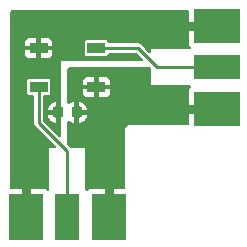
<source format=gtl>
%TF.GenerationSoftware,KiCad,Pcbnew,8.0.4*%
%TF.CreationDate,2024-08-03T19:15:56-04:00*%
%TF.ProjectId,ws2812b-corner-right,77733238-3132-4622-9d63-6f726e65722d,rev?*%
%TF.SameCoordinates,Original*%
%TF.FileFunction,Copper,L1,Top*%
%TF.FilePolarity,Positive*%
%FSLAX46Y46*%
G04 Gerber Fmt 4.6, Leading zero omitted, Abs format (unit mm)*
G04 Created by KiCad (PCBNEW 8.0.4) date 2024-08-03 19:15:56*
%MOMM*%
%LPD*%
G01*
G04 APERTURE LIST*
G04 Aperture macros list*
%AMRoundRect*
0 Rectangle with rounded corners*
0 $1 Rounding radius*
0 $2 $3 $4 $5 $6 $7 $8 $9 X,Y pos of 4 corners*
0 Add a 4 corners polygon primitive as box body*
4,1,4,$2,$3,$4,$5,$6,$7,$8,$9,$2,$3,0*
0 Add four circle primitives for the rounded corners*
1,1,$1+$1,$2,$3*
1,1,$1+$1,$4,$5*
1,1,$1+$1,$6,$7*
1,1,$1+$1,$8,$9*
0 Add four rect primitives between the rounded corners*
20,1,$1+$1,$2,$3,$4,$5,0*
20,1,$1+$1,$4,$5,$6,$7,0*
20,1,$1+$1,$6,$7,$8,$9,0*
20,1,$1+$1,$8,$9,$2,$3,0*%
G04 Aperture macros list end*
%TA.AperFunction,SMDPad,CuDef*%
%ADD10R,4.000000X3.000000*%
%TD*%
%TA.AperFunction,SMDPad,CuDef*%
%ADD11R,4.000000X2.000000*%
%TD*%
%TA.AperFunction,SMDPad,CuDef*%
%ADD12RoundRect,0.225000X0.225000X0.250000X-0.225000X0.250000X-0.225000X-0.250000X0.225000X-0.250000X0*%
%TD*%
%TA.AperFunction,SMDPad,CuDef*%
%ADD13R,3.000000X4.000000*%
%TD*%
%TA.AperFunction,SMDPad,CuDef*%
%ADD14R,2.000000X4.000000*%
%TD*%
%TA.AperFunction,SMDPad,CuDef*%
%ADD15R,1.500000X0.900000*%
%TD*%
%TA.AperFunction,Conductor*%
%ADD16C,0.254000*%
%TD*%
%TA.AperFunction,Conductor*%
%ADD17C,0.762000*%
%TD*%
G04 APERTURE END LIST*
D10*
%TO.P,J2,1,Pin_1*%
%TO.N,GND*%
X165100000Y-72700000D03*
D11*
%TO.P,J2,2,Pin_2*%
%TO.N,Net-(D1-DOUT)*%
X165100000Y-76200000D03*
D10*
%TO.P,J2,3,Pin_3*%
%TO.N,+5V*%
X165100000Y-79700000D03*
%TD*%
D12*
%TO.P,C1,1*%
%TO.N,+5V*%
X153175000Y-80010000D03*
%TO.P,C1,2*%
%TO.N,GND*%
X151625000Y-80010000D03*
%TD*%
D13*
%TO.P,J1,1,Pin_1*%
%TO.N,GND*%
X148900000Y-88900000D03*
D14*
%TO.P,J1,2,Pin_2*%
%TO.N,Net-(D1-DIN)*%
X152400000Y-88900000D03*
D13*
%TO.P,J1,3,Pin_3*%
%TO.N,+5V*%
X155900000Y-88900000D03*
%TD*%
D15*
%TO.P,D1,1,VDD*%
%TO.N,+5V*%
X154850000Y-77850000D03*
%TO.P,D1,2,DOUT*%
%TO.N,Net-(D1-DOUT)*%
X154850000Y-74550000D03*
%TO.P,D1,3,VSS*%
%TO.N,GND*%
X149950000Y-74550000D03*
%TO.P,D1,4,DIN*%
%TO.N,Net-(D1-DIN)*%
X149950000Y-77850000D03*
%TD*%
D16*
%TO.N,Net-(D1-DIN)*%
X149950000Y-80862000D02*
X149950000Y-77850000D01*
X152400000Y-83312000D02*
X149950000Y-80862000D01*
X152400000Y-88900000D02*
X152400000Y-83312000D01*
%TO.N,Net-(D1-DOUT)*%
X160020000Y-76200000D02*
X158370000Y-74550000D01*
X158370000Y-74550000D02*
X154850000Y-74550000D01*
X165100000Y-76200000D02*
X160020000Y-76200000D01*
D17*
%TO.N,GND*%
X148336000Y-84328000D02*
X148900000Y-84892000D01*
X148788000Y-72700000D02*
X148336000Y-73152000D01*
X165100000Y-72700000D02*
X148788000Y-72700000D01*
X148336000Y-73152000D02*
X148336000Y-84328000D01*
X148900000Y-84892000D02*
X148900000Y-88900000D01*
%TO.N,+5V*%
X156774000Y-79700000D02*
X155900000Y-80574000D01*
X155900000Y-80574000D02*
X155900000Y-88900000D01*
X165100000Y-79700000D02*
X156774000Y-79700000D01*
%TD*%
%TA.AperFunction,Conductor*%
%TO.N,+5V*%
G36*
X159470531Y-76219213D02*
G01*
X159507076Y-76269513D01*
X159512000Y-76300600D01*
X159512000Y-77724000D01*
X162767444Y-77724000D01*
X162826575Y-77743213D01*
X162863120Y-77793513D01*
X162863120Y-77855687D01*
X162838579Y-77895735D01*
X162772358Y-77961955D01*
X162714835Y-78074851D01*
X162714834Y-78074854D01*
X162700000Y-78168512D01*
X162700000Y-78168516D01*
X162700001Y-80932900D01*
X162680788Y-80992031D01*
X162630488Y-81028576D01*
X162599401Y-81033500D01*
X157668102Y-81033500D01*
X157540817Y-81067606D01*
X157540812Y-81067608D01*
X157426685Y-81133500D01*
X157333500Y-81226685D01*
X157267608Y-81340812D01*
X157267606Y-81340817D01*
X157233500Y-81468102D01*
X157233500Y-86399400D01*
X157214287Y-86458531D01*
X157163987Y-86495076D01*
X157132900Y-86500000D01*
X154368521Y-86500000D01*
X154274849Y-86514835D01*
X154161955Y-86572358D01*
X154095735Y-86638579D01*
X154040337Y-86666805D01*
X153978929Y-86657079D01*
X153934965Y-86613115D01*
X153924000Y-86567444D01*
X153924000Y-83058000D01*
X152727193Y-83058000D01*
X152668062Y-83038787D01*
X152656058Y-83028535D01*
X152429465Y-82801942D01*
X152401239Y-82746544D01*
X152400000Y-82730807D01*
X152400000Y-80835996D01*
X152419213Y-80776865D01*
X152469513Y-80740320D01*
X152531687Y-80740320D01*
X152562264Y-80756510D01*
X152563892Y-80757773D01*
X152699811Y-80838155D01*
X152699812Y-80838156D01*
X152851447Y-80882210D01*
X152886877Y-80884999D01*
X152886898Y-80885000D01*
X152975000Y-80885000D01*
X153375000Y-80885000D01*
X153463102Y-80885000D01*
X153463122Y-80884999D01*
X153498552Y-80882210D01*
X153650187Y-80838156D01*
X153650188Y-80838155D01*
X153786110Y-80757771D01*
X153897771Y-80646110D01*
X153978155Y-80510188D01*
X153978156Y-80510187D01*
X154022210Y-80358552D01*
X154024999Y-80323122D01*
X154025000Y-80323102D01*
X154025000Y-80210000D01*
X153375000Y-80210000D01*
X153375000Y-80885000D01*
X152975000Y-80885000D01*
X152975000Y-79810000D01*
X153375000Y-79810000D01*
X154025000Y-79810000D01*
X154025000Y-79696897D01*
X154024999Y-79696877D01*
X154022210Y-79661447D01*
X153978156Y-79509812D01*
X153978155Y-79509811D01*
X153897771Y-79373889D01*
X153786110Y-79262228D01*
X153650188Y-79181844D01*
X153650187Y-79181843D01*
X153498552Y-79137789D01*
X153463122Y-79135000D01*
X153375000Y-79135000D01*
X153375000Y-79810000D01*
X152975000Y-79810000D01*
X152975000Y-79135000D01*
X152886877Y-79135000D01*
X152851447Y-79137789D01*
X152699812Y-79181843D01*
X152699811Y-79181844D01*
X152563882Y-79262232D01*
X152562256Y-79263494D01*
X152560961Y-79263960D01*
X152558442Y-79265450D01*
X152558157Y-79264969D01*
X152503757Y-79284553D01*
X152444052Y-79267206D01*
X152405946Y-79218077D01*
X152400000Y-79184003D01*
X152400000Y-78331478D01*
X153700001Y-78331478D01*
X153714835Y-78425150D01*
X153772358Y-78538044D01*
X153861955Y-78627641D01*
X153974851Y-78685164D01*
X153974854Y-78685165D01*
X154068514Y-78699999D01*
X154650000Y-78699999D01*
X155050000Y-78699999D01*
X155631478Y-78699999D01*
X155725150Y-78685164D01*
X155838044Y-78627641D01*
X155927641Y-78538044D01*
X155985164Y-78425148D01*
X155985165Y-78425145D01*
X155999999Y-78331487D01*
X156000000Y-78331483D01*
X156000000Y-78050000D01*
X155050000Y-78050000D01*
X155050000Y-78699999D01*
X154650000Y-78699999D01*
X154650000Y-78050000D01*
X153700001Y-78050000D01*
X153700001Y-78331478D01*
X152400000Y-78331478D01*
X152400000Y-77368512D01*
X153700000Y-77368512D01*
X153700000Y-77650000D01*
X154650000Y-77650000D01*
X155050000Y-77650000D01*
X155999999Y-77650000D01*
X155999999Y-77368521D01*
X155985164Y-77274849D01*
X155927641Y-77161955D01*
X155838044Y-77072358D01*
X155725148Y-77014835D01*
X155725145Y-77014834D01*
X155631487Y-77000000D01*
X155050000Y-77000000D01*
X155050000Y-77650000D01*
X154650000Y-77650000D01*
X154650000Y-77000000D01*
X154068521Y-77000000D01*
X153974849Y-77014835D01*
X153861955Y-77072358D01*
X153772358Y-77161955D01*
X153714835Y-77274851D01*
X153714834Y-77274854D01*
X153700000Y-77368512D01*
X152400000Y-77368512D01*
X152400000Y-76300600D01*
X152419213Y-76241469D01*
X152469513Y-76204924D01*
X152500600Y-76200000D01*
X159411400Y-76200000D01*
X159470531Y-76219213D01*
G37*
%TD.AperFunction*%
%TD*%
%TA.AperFunction,Conductor*%
%TO.N,GND*%
G36*
X162658531Y-71385713D02*
G01*
X162695076Y-71436013D01*
X162700000Y-71467100D01*
X162700000Y-74231478D01*
X162714835Y-74325150D01*
X162772358Y-74438044D01*
X162838579Y-74504265D01*
X162866805Y-74559663D01*
X162857079Y-74621071D01*
X162813115Y-74665035D01*
X162767444Y-74676000D01*
X159512000Y-74676000D01*
X159512000Y-74909607D01*
X159492787Y-74968738D01*
X159442487Y-75005283D01*
X159380313Y-75005283D01*
X159340265Y-74980742D01*
X158980594Y-74621071D01*
X158604247Y-74244724D01*
X158517254Y-74194499D01*
X158517247Y-74194496D01*
X158420229Y-74168500D01*
X158420225Y-74168500D01*
X155954893Y-74168500D01*
X155895762Y-74149287D01*
X155859217Y-74098987D01*
X155854778Y-74077764D01*
X155854499Y-74074936D01*
X155854499Y-74074934D01*
X155839734Y-74000699D01*
X155839732Y-74000697D01*
X155839732Y-74000695D01*
X155783485Y-73916517D01*
X155783483Y-73916515D01*
X155741678Y-73888582D01*
X155699301Y-73860266D01*
X155699300Y-73860265D01*
X155699299Y-73860265D01*
X155643498Y-73849166D01*
X155625067Y-73845500D01*
X155625066Y-73845500D01*
X154074934Y-73845500D01*
X154000698Y-73860266D01*
X154000695Y-73860267D01*
X153916517Y-73916514D01*
X153916515Y-73916516D01*
X153860265Y-74000700D01*
X153845500Y-74074933D01*
X153845500Y-75025065D01*
X153860266Y-75099301D01*
X153860267Y-75099304D01*
X153916514Y-75183482D01*
X153916515Y-75183483D01*
X153916516Y-75183484D01*
X154000699Y-75239734D01*
X154074933Y-75254500D01*
X155625066Y-75254499D01*
X155699301Y-75239734D01*
X155783484Y-75183484D01*
X155839734Y-75099301D01*
X155854500Y-75025067D01*
X155854500Y-75025062D01*
X155854779Y-75022238D01*
X155855299Y-75021048D01*
X155855464Y-75020220D01*
X155855645Y-75020256D01*
X155879695Y-74965275D01*
X155933336Y-74933837D01*
X155954894Y-74931500D01*
X158170307Y-74931500D01*
X158229438Y-74950713D01*
X158241442Y-74960965D01*
X158800743Y-75520266D01*
X158828969Y-75575663D01*
X158819243Y-75637071D01*
X158775280Y-75681035D01*
X158729608Y-75692000D01*
X151892000Y-75692000D01*
X151892000Y-79034400D01*
X151872787Y-79093531D01*
X151849683Y-79110316D01*
X151825000Y-79135000D01*
X151825000Y-80885000D01*
X151841172Y-80901172D01*
X151850531Y-80904213D01*
X151887076Y-80954513D01*
X151892000Y-80985600D01*
X151892000Y-82021607D01*
X151872787Y-82080738D01*
X151822487Y-82117283D01*
X151760313Y-82117283D01*
X151720265Y-82092742D01*
X150360965Y-80733442D01*
X150332739Y-80678044D01*
X150331500Y-80662307D01*
X150331500Y-80323122D01*
X150775000Y-80323122D01*
X150777789Y-80358552D01*
X150821843Y-80510187D01*
X150821844Y-80510188D01*
X150902228Y-80646110D01*
X151013889Y-80757771D01*
X151149811Y-80838155D01*
X151149812Y-80838156D01*
X151301447Y-80882210D01*
X151336877Y-80884999D01*
X151336898Y-80885000D01*
X151425000Y-80885000D01*
X151425000Y-80210000D01*
X150775000Y-80210000D01*
X150775000Y-80323122D01*
X150331500Y-80323122D01*
X150331500Y-79696877D01*
X150775000Y-79696877D01*
X150775000Y-79810000D01*
X151425000Y-79810000D01*
X151425000Y-79135000D01*
X151336877Y-79135000D01*
X151301447Y-79137789D01*
X151149812Y-79181843D01*
X151149811Y-79181844D01*
X151013889Y-79262228D01*
X150902228Y-79373889D01*
X150821844Y-79509811D01*
X150821843Y-79509812D01*
X150777789Y-79661447D01*
X150775000Y-79696877D01*
X150331500Y-79696877D01*
X150331500Y-78655099D01*
X150350713Y-78595968D01*
X150401013Y-78559423D01*
X150432100Y-78554499D01*
X150725066Y-78554499D01*
X150799301Y-78539734D01*
X150883484Y-78483484D01*
X150939734Y-78399301D01*
X150954500Y-78325067D01*
X150954499Y-77374934D01*
X150939734Y-77300699D01*
X150939732Y-77300697D01*
X150939732Y-77300695D01*
X150883485Y-77216517D01*
X150883483Y-77216515D01*
X150799302Y-77160267D01*
X150799301Y-77160266D01*
X150799300Y-77160265D01*
X150799299Y-77160265D01*
X150743498Y-77149166D01*
X150725067Y-77145500D01*
X150725066Y-77145500D01*
X149174934Y-77145500D01*
X149100698Y-77160266D01*
X149100695Y-77160267D01*
X149016517Y-77216514D01*
X149016515Y-77216516D01*
X148960265Y-77300700D01*
X148945500Y-77374933D01*
X148945500Y-78325065D01*
X148960266Y-78399301D01*
X148960267Y-78399304D01*
X149016514Y-78483482D01*
X149016515Y-78483483D01*
X149016516Y-78483484D01*
X149100699Y-78539734D01*
X149174933Y-78554500D01*
X149467900Y-78554499D01*
X149527031Y-78573712D01*
X149563576Y-78624012D01*
X149568500Y-78655099D01*
X149568500Y-80912229D01*
X149594496Y-81009247D01*
X149594498Y-81009252D01*
X149594499Y-81009254D01*
X149628199Y-81067625D01*
X149644724Y-81096247D01*
X149644725Y-81096248D01*
X151434742Y-82886265D01*
X151462968Y-82941663D01*
X151453242Y-83003071D01*
X151409278Y-83047035D01*
X151363607Y-83058000D01*
X150876000Y-83058000D01*
X150876000Y-86567444D01*
X150856787Y-86626575D01*
X150806487Y-86663120D01*
X150744313Y-86663120D01*
X150704265Y-86638579D01*
X150638044Y-86572358D01*
X150525148Y-86514835D01*
X150525145Y-86514834D01*
X150431487Y-86500000D01*
X147667100Y-86500000D01*
X147607969Y-86480787D01*
X147571424Y-86430487D01*
X147566500Y-86399400D01*
X147566500Y-75031478D01*
X148800001Y-75031478D01*
X148814835Y-75125150D01*
X148872358Y-75238044D01*
X148961955Y-75327641D01*
X149074851Y-75385164D01*
X149074854Y-75385165D01*
X149168514Y-75399999D01*
X149750000Y-75399999D01*
X150150000Y-75399999D01*
X150731478Y-75399999D01*
X150825150Y-75385164D01*
X150938044Y-75327641D01*
X151027641Y-75238044D01*
X151085164Y-75125148D01*
X151085165Y-75125145D01*
X151099999Y-75031487D01*
X151100000Y-75031483D01*
X151100000Y-74750000D01*
X150150000Y-74750000D01*
X150150000Y-75399999D01*
X149750000Y-75399999D01*
X149750000Y-74750000D01*
X148800001Y-74750000D01*
X148800001Y-75031478D01*
X147566500Y-75031478D01*
X147566500Y-74068512D01*
X148800000Y-74068512D01*
X148800000Y-74350000D01*
X149750000Y-74350000D01*
X150150000Y-74350000D01*
X151099999Y-74350000D01*
X151099999Y-74068521D01*
X151085164Y-73974849D01*
X151027641Y-73861955D01*
X150938044Y-73772358D01*
X150825148Y-73714835D01*
X150825145Y-73714834D01*
X150731487Y-73700000D01*
X150150000Y-73700000D01*
X150150000Y-74350000D01*
X149750000Y-74350000D01*
X149750000Y-73700000D01*
X149168521Y-73700000D01*
X149074849Y-73714835D01*
X148961955Y-73772358D01*
X148872358Y-73861955D01*
X148814835Y-73974851D01*
X148814834Y-73974854D01*
X148800000Y-74068512D01*
X147566500Y-74068512D01*
X147566500Y-71467100D01*
X147585713Y-71407969D01*
X147636013Y-71371424D01*
X147667100Y-71366500D01*
X162599400Y-71366500D01*
X162658531Y-71385713D01*
G37*
%TD.AperFunction*%
%TD*%
M02*

</source>
